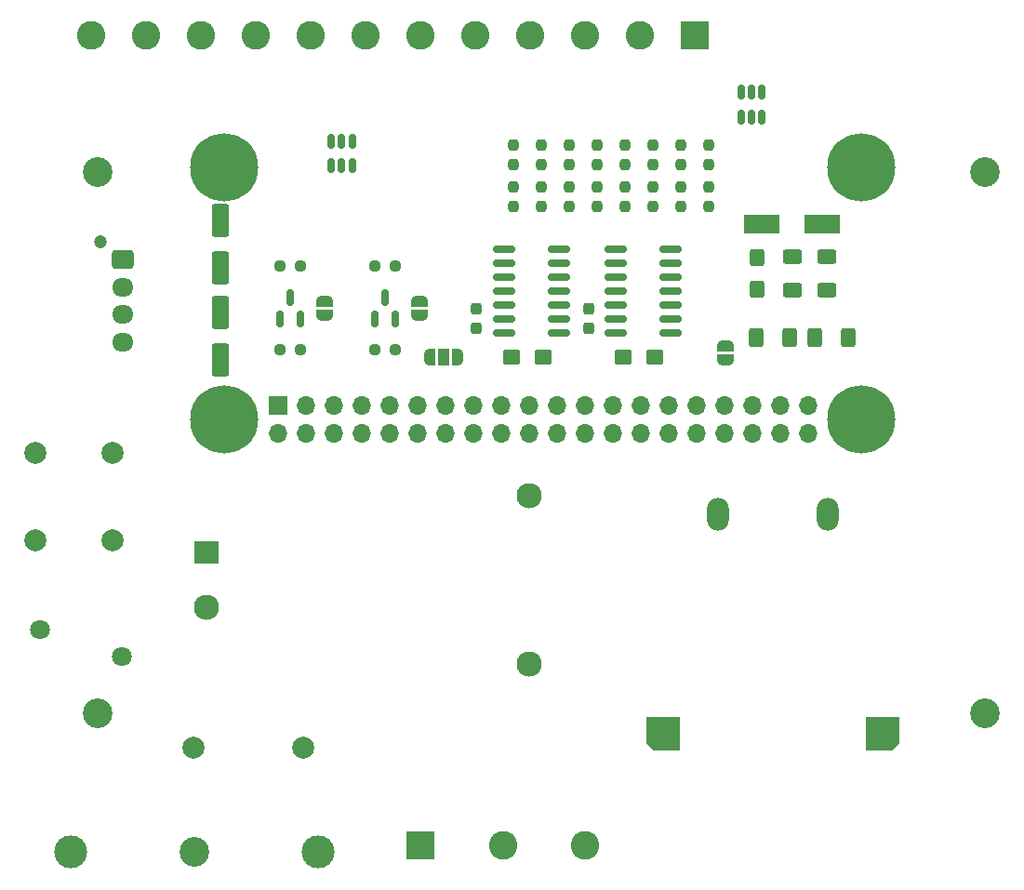
<source format=gts>
G04 #@! TF.GenerationSoftware,KiCad,Pcbnew,(6.0.4-0)*
G04 #@! TF.CreationDate,2022-04-04T15:41:03+02:00*
G04 #@! TF.ProjectId,EnergyMonitor,456e6572-6779-44d6-9f6e-69746f722e6b,rev?*
G04 #@! TF.SameCoordinates,Original*
G04 #@! TF.FileFunction,Soldermask,Top*
G04 #@! TF.FilePolarity,Negative*
%FSLAX46Y46*%
G04 Gerber Fmt 4.6, Leading zero omitted, Abs format (unit mm)*
G04 Created by KiCad (PCBNEW (6.0.4-0)) date 2022-04-04 15:41:03*
%MOMM*%
%LPD*%
G01*
G04 APERTURE LIST*
G04 Aperture macros list*
%AMRoundRect*
0 Rectangle with rounded corners*
0 $1 Rounding radius*
0 $2 $3 $4 $5 $6 $7 $8 $9 X,Y pos of 4 corners*
0 Add a 4 corners polygon primitive as box body*
4,1,4,$2,$3,$4,$5,$6,$7,$8,$9,$2,$3,0*
0 Add four circle primitives for the rounded corners*
1,1,$1+$1,$2,$3*
1,1,$1+$1,$4,$5*
1,1,$1+$1,$6,$7*
1,1,$1+$1,$8,$9*
0 Add four rect primitives between the rounded corners*
20,1,$1+$1,$2,$3,$4,$5,0*
20,1,$1+$1,$4,$5,$6,$7,0*
20,1,$1+$1,$6,$7,$8,$9,0*
20,1,$1+$1,$8,$9,$2,$3,0*%
%AMOutline5P*
0 Free polygon, 5 corners , with rotation*
0 The origin of the aperture is its center*
0 number of corners: always 5*
0 $1 to $10 corner X, Y*
0 $11 Rotation angle, in degrees counterclockwise*
0 create outline with 5 corners*
4,1,5,$1,$2,$3,$4,$5,$6,$7,$8,$9,$10,$1,$2,$11*%
%AMOutline6P*
0 Free polygon, 6 corners , with rotation*
0 The origin of the aperture is its center*
0 number of corners: always 6*
0 $1 to $12 corner X, Y*
0 $13 Rotation angle, in degrees counterclockwise*
0 create outline with 6 corners*
4,1,6,$1,$2,$3,$4,$5,$6,$7,$8,$9,$10,$11,$12,$1,$2,$13*%
%AMOutline7P*
0 Free polygon, 7 corners , with rotation*
0 The origin of the aperture is its center*
0 number of corners: always 7*
0 $1 to $14 corner X, Y*
0 $15 Rotation angle, in degrees counterclockwise*
0 create outline with 7 corners*
4,1,7,$1,$2,$3,$4,$5,$6,$7,$8,$9,$10,$11,$12,$13,$14,$1,$2,$15*%
%AMOutline8P*
0 Free polygon, 8 corners , with rotation*
0 The origin of the aperture is its center*
0 number of corners: always 8*
0 $1 to $16 corner X, Y*
0 $17 Rotation angle, in degrees counterclockwise*
0 create outline with 8 corners*
4,1,8,$1,$2,$3,$4,$5,$6,$7,$8,$9,$10,$11,$12,$13,$14,$15,$16,$1,$2,$17*%
%AMFreePoly0*
4,1,22,0.500000,-0.750000,0.000000,-0.750000,0.000000,-0.745033,-0.079941,-0.743568,-0.215256,-0.701293,-0.333266,-0.622738,-0.424486,-0.514219,-0.481581,-0.384460,-0.499164,-0.250000,-0.500000,-0.250000,-0.500000,0.250000,-0.499164,0.250000,-0.499963,0.256109,-0.478152,0.396186,-0.417904,0.524511,-0.324060,0.630769,-0.204165,0.706417,-0.067858,0.745374,0.000000,0.744959,0.000000,0.750000,
0.500000,0.750000,0.500000,-0.750000,0.500000,-0.750000,$1*%
%AMFreePoly1*
4,1,20,0.000000,0.744959,0.073905,0.744508,0.209726,0.703889,0.328688,0.626782,0.421226,0.519385,0.479903,0.390333,0.500000,0.250000,0.500000,-0.250000,0.499851,-0.262216,0.476331,-0.402017,0.414519,-0.529596,0.319384,-0.634700,0.198574,-0.708877,0.061801,-0.746166,0.000000,-0.745033,0.000000,-0.750000,-0.500000,-0.750000,-0.500000,0.750000,0.000000,0.750000,0.000000,0.744959,
0.000000,0.744959,$1*%
%AMFreePoly2*
4,1,22,0.550000,-0.750000,0.000000,-0.750000,0.000000,-0.745033,-0.079941,-0.743568,-0.215256,-0.701293,-0.333266,-0.622738,-0.424486,-0.514219,-0.481581,-0.384460,-0.499164,-0.250000,-0.500000,-0.250000,-0.500000,0.250000,-0.499164,0.250000,-0.499963,0.256109,-0.478152,0.396186,-0.417904,0.524511,-0.324060,0.630769,-0.204165,0.706417,-0.067858,0.745374,0.000000,0.744959,0.000000,0.750000,
0.550000,0.750000,0.550000,-0.750000,0.550000,-0.750000,$1*%
%AMFreePoly3*
4,1,20,0.000000,0.744959,0.073905,0.744508,0.209726,0.703889,0.328688,0.626782,0.421226,0.519385,0.479903,0.390333,0.500000,0.250000,0.500000,-0.250000,0.499851,-0.262216,0.476331,-0.402017,0.414519,-0.529596,0.319384,-0.634700,0.198574,-0.708877,0.061801,-0.746166,0.000000,-0.745033,0.000000,-0.750000,-0.550000,-0.750000,-0.550000,0.750000,0.000000,0.750000,0.000000,0.744959,
0.000000,0.744959,$1*%
G04 Aperture macros list end*
%ADD10RoundRect,0.150000X-0.825000X-0.150000X0.825000X-0.150000X0.825000X0.150000X-0.825000X0.150000X0*%
%ADD11RoundRect,0.237500X-0.237500X0.250000X-0.237500X-0.250000X0.237500X-0.250000X0.237500X0.250000X0*%
%ADD12C,2.700000*%
%ADD13RoundRect,0.237500X0.237500X-0.250000X0.237500X0.250000X-0.237500X0.250000X-0.237500X-0.250000X0*%
%ADD14RoundRect,0.250000X-0.400000X-0.625000X0.400000X-0.625000X0.400000X0.625000X-0.400000X0.625000X0*%
%ADD15RoundRect,0.237500X0.237500X-0.300000X0.237500X0.300000X-0.237500X0.300000X-0.237500X-0.300000X0*%
%ADD16RoundRect,0.237500X-0.250000X-0.237500X0.250000X-0.237500X0.250000X0.237500X-0.250000X0.237500X0*%
%ADD17RoundRect,0.250000X0.400000X0.625000X-0.400000X0.625000X-0.400000X-0.625000X0.400000X-0.625000X0*%
%ADD18C,2.000000*%
%ADD19C,1.200000*%
%ADD20RoundRect,0.250000X-0.725000X0.600000X-0.725000X-0.600000X0.725000X-0.600000X0.725000X0.600000X0*%
%ADD21O,1.950000X1.700000*%
%ADD22RoundRect,0.150000X0.150000X-0.587500X0.150000X0.587500X-0.150000X0.587500X-0.150000X-0.587500X0*%
%ADD23C,1.800000*%
%ADD24RoundRect,0.250000X0.625000X-0.400000X0.625000X0.400000X-0.625000X0.400000X-0.625000X-0.400000X0*%
%ADD25C,2.600000*%
%ADD26R,2.600000X2.600000*%
%ADD27RoundRect,0.250000X0.550000X-1.250000X0.550000X1.250000X-0.550000X1.250000X-0.550000X-1.250000X0*%
%ADD28RoundRect,0.150000X-0.150000X0.512500X-0.150000X-0.512500X0.150000X-0.512500X0.150000X0.512500X0*%
%ADD29RoundRect,0.250000X-0.537500X-0.425000X0.537500X-0.425000X0.537500X0.425000X-0.537500X0.425000X0*%
%ADD30FreePoly0,90.000000*%
%ADD31FreePoly1,90.000000*%
%ADD32C,3.000000*%
%ADD33R,3.300000X1.700000*%
%ADD34FreePoly2,0.000000*%
%ADD35R,1.000000X1.500000*%
%ADD36FreePoly3,0.000000*%
%ADD37C,6.200000*%
%ADD38R,1.700000X1.700000*%
%ADD39O,1.700000X1.700000*%
%ADD40R,2.300000X2.000000*%
%ADD41C,2.300000*%
%ADD42RoundRect,0.250000X0.425000X-0.537500X0.425000X0.537500X-0.425000X0.537500X-0.425000X-0.537500X0*%
%ADD43RoundRect,0.250000X-0.625000X0.400000X-0.625000X-0.400000X0.625000X-0.400000X0.625000X0.400000X0*%
%ADD44RoundRect,0.250000X-0.550000X1.250000X-0.550000X-1.250000X0.550000X-1.250000X0.550000X1.250000X0*%
%ADD45Outline5P,-1.500000X1.500000X1.500000X1.500000X1.500000X-1.500000X-0.900000X-1.500000X-1.500000X-0.900000X90.000000*%
%ADD46Outline5P,-1.500000X0.900000X-0.900000X1.500000X1.500000X1.500000X1.500000X-1.500000X-1.500000X-1.500000X90.000000*%
%ADD47O,2.000000X3.000000*%
G04 APERTURE END LIST*
D10*
X146515000Y-73330000D03*
X146515000Y-74600000D03*
X146515000Y-75870000D03*
X146515000Y-77140000D03*
X146515000Y-78410000D03*
X146515000Y-79680000D03*
X146515000Y-80950000D03*
X151465000Y-80950000D03*
X151465000Y-79680000D03*
X151465000Y-78410000D03*
X151465000Y-77140000D03*
X151465000Y-75870000D03*
X151465000Y-74600000D03*
X151465000Y-73330000D03*
D11*
X157480000Y-67667500D03*
X157480000Y-69492500D03*
D12*
X190250000Y-66350000D03*
D13*
X157480000Y-65682500D03*
X157480000Y-63857500D03*
D14*
X169392000Y-81445000D03*
X172492000Y-81445000D03*
D12*
X190250000Y-115650000D03*
D15*
X154210000Y-80542500D03*
X154210000Y-78817500D03*
D16*
X126087500Y-74930000D03*
X127912500Y-74930000D03*
D13*
X149860000Y-65682500D03*
X149860000Y-63857500D03*
D11*
X152400000Y-67667500D03*
X152400000Y-69492500D03*
D17*
X177826000Y-81445000D03*
X174726000Y-81445000D03*
D18*
X103815000Y-99885000D03*
X110815000Y-99885000D03*
X110815000Y-91885000D03*
X103815000Y-91885000D03*
D19*
X109760000Y-72695000D03*
D20*
X111760000Y-74295000D03*
D21*
X111760000Y-76795000D03*
X111760000Y-79295000D03*
X111760000Y-81795000D03*
D13*
X147320000Y-65682500D03*
X147320000Y-63857500D03*
D12*
X109500000Y-115650000D03*
D16*
X126087500Y-82550000D03*
X127912500Y-82550000D03*
D22*
X134686000Y-79677500D03*
X136586000Y-79677500D03*
X135636000Y-77802500D03*
D23*
X104200000Y-108020000D03*
X111700000Y-110420000D03*
D24*
X172720000Y-77115000D03*
X172720000Y-74015000D03*
D11*
X149860000Y-67667500D03*
X149860000Y-69492500D03*
D25*
X153860000Y-127600000D03*
X146360000Y-127600000D03*
D26*
X138860000Y-127600000D03*
D13*
X152400000Y-65682500D03*
X152400000Y-63857500D03*
D25*
X108860000Y-53900000D03*
X113860000Y-53900000D03*
X118860000Y-53900000D03*
X123860000Y-53900000D03*
X128860000Y-53900000D03*
X133860000Y-53900000D03*
X138860000Y-53900000D03*
X143860000Y-53900000D03*
X148860000Y-53900000D03*
X153860000Y-53900000D03*
X158860000Y-53900000D03*
D26*
X163860000Y-53900000D03*
D27*
X120650000Y-83480000D03*
X120650000Y-79080000D03*
D28*
X132649000Y-63505500D03*
X131699000Y-63505500D03*
X130749000Y-63505500D03*
X130749000Y-65780500D03*
X131699000Y-65780500D03*
X132649000Y-65780500D03*
D11*
X147320000Y-67667500D03*
X147320000Y-69492500D03*
D13*
X154940000Y-65682500D03*
X154940000Y-63857500D03*
D11*
X154940000Y-67667500D03*
X154940000Y-69492500D03*
D29*
X157312500Y-83185000D03*
X160187500Y-83185000D03*
D30*
X130175000Y-79390000D03*
D31*
X130175000Y-78090000D03*
D12*
X118290000Y-128270000D03*
D32*
X129540000Y-128270000D03*
X107040000Y-128270000D03*
D22*
X126050000Y-79677500D03*
X127950000Y-79677500D03*
X127000000Y-77802500D03*
D13*
X160020000Y-65682500D03*
X160020000Y-63857500D03*
D12*
X109500000Y-66350000D03*
D11*
X162560000Y-67667500D03*
X162560000Y-69492500D03*
D33*
X175470000Y-71120000D03*
X169970000Y-71120000D03*
D10*
X156675000Y-73330000D03*
X156675000Y-74600000D03*
X156675000Y-75870000D03*
X156675000Y-77140000D03*
X156675000Y-78410000D03*
X156675000Y-79680000D03*
X156675000Y-80950000D03*
X161625000Y-80950000D03*
X161625000Y-79680000D03*
X161625000Y-78410000D03*
X161625000Y-77140000D03*
X161625000Y-75870000D03*
X161625000Y-74600000D03*
X161625000Y-73330000D03*
D28*
X169950000Y-59060500D03*
X169000000Y-59060500D03*
X168050000Y-59060500D03*
X168050000Y-61335500D03*
X169000000Y-61335500D03*
X169950000Y-61335500D03*
D34*
X139670000Y-83185000D03*
D35*
X140970000Y-83185000D03*
D36*
X142270000Y-83185000D03*
D30*
X166624000Y-83454000D03*
D31*
X166624000Y-82154000D03*
D30*
X138811000Y-79390000D03*
D31*
X138811000Y-78090000D03*
D15*
X143910000Y-80542500D03*
X143910000Y-78817500D03*
D29*
X147152500Y-83185000D03*
X150027500Y-83185000D03*
D37*
X121000000Y-65900000D03*
X179000000Y-88900000D03*
X179000000Y-65900000D03*
X121000000Y-88900000D03*
D38*
X125870000Y-87630000D03*
D39*
X125870000Y-90170000D03*
X128410000Y-87630000D03*
X128410000Y-90170000D03*
X130950000Y-87630000D03*
X130950000Y-90170000D03*
X133490000Y-87630000D03*
X133490000Y-90170000D03*
X136030000Y-87630000D03*
X136030000Y-90170000D03*
X138570000Y-87630000D03*
X138570000Y-90170000D03*
X141110000Y-87630000D03*
X141110000Y-90170000D03*
X143650000Y-87630000D03*
X143650000Y-90170000D03*
X146190000Y-87630000D03*
X146190000Y-90170000D03*
X148730000Y-87630000D03*
X148730000Y-90170000D03*
X151270000Y-87630000D03*
X151270000Y-90170000D03*
X153810000Y-87630000D03*
X153810000Y-90170000D03*
X156350000Y-87630000D03*
X156350000Y-90170000D03*
X158890000Y-87630000D03*
X158890000Y-90170000D03*
X161430000Y-87630000D03*
X161430000Y-90170000D03*
X163970000Y-87630000D03*
X163970000Y-90170000D03*
X166510000Y-87630000D03*
X166510000Y-90170000D03*
X169050000Y-87630000D03*
X169050000Y-90170000D03*
X171590000Y-87630000D03*
X171590000Y-90170000D03*
X174130000Y-87630000D03*
X174130000Y-90170000D03*
D40*
X119380000Y-100965000D03*
D41*
X119380000Y-105965000D03*
X148780000Y-95765000D03*
X148780000Y-111165000D03*
D42*
X169545000Y-77002500D03*
X169545000Y-74127500D03*
D11*
X165100000Y-67667500D03*
X165100000Y-69492500D03*
D43*
X175895000Y-74015000D03*
X175895000Y-77115000D03*
D16*
X134723500Y-82550000D03*
X136548500Y-82550000D03*
D44*
X120650000Y-70698000D03*
X120650000Y-75098000D03*
D16*
X134723500Y-74930000D03*
X136548500Y-74930000D03*
D13*
X162560000Y-65682500D03*
X162560000Y-63857500D03*
D18*
X128190000Y-118745000D03*
X118190000Y-118745000D03*
D11*
X160020000Y-67667500D03*
X160020000Y-69492500D03*
D45*
X180942000Y-117500000D03*
D46*
X160942000Y-117500000D03*
D47*
X165942000Y-97500000D03*
X175942000Y-97500000D03*
D13*
X165100000Y-65682500D03*
X165100000Y-63857500D03*
M02*

</source>
